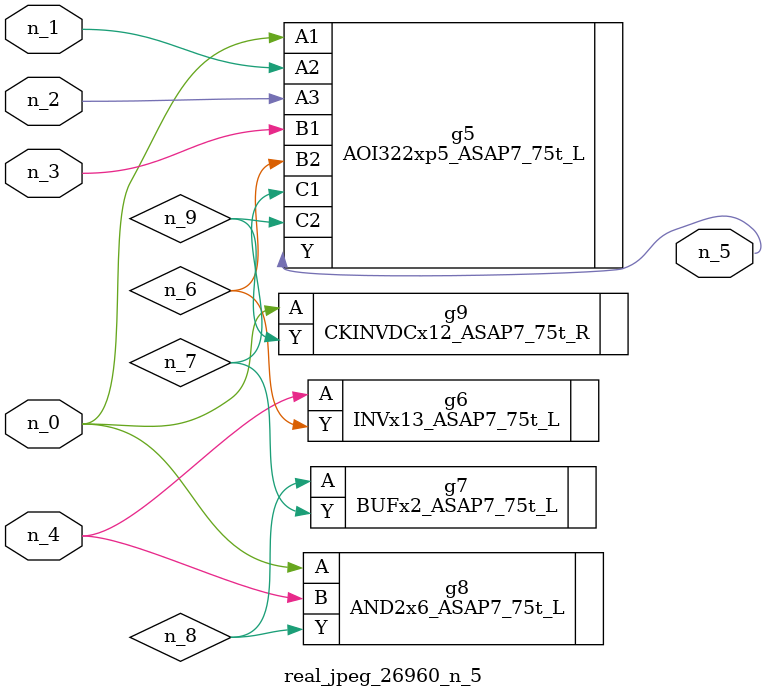
<source format=v>
module real_jpeg_26960_n_5 (n_4, n_0, n_1, n_2, n_3, n_5);

input n_4;
input n_0;
input n_1;
input n_2;
input n_3;

output n_5;

wire n_8;
wire n_6;
wire n_7;
wire n_9;

AOI322xp5_ASAP7_75t_L g5 ( 
.A1(n_0),
.A2(n_1),
.A3(n_2),
.B1(n_3),
.B2(n_6),
.C1(n_7),
.C2(n_9),
.Y(n_5)
);

AND2x6_ASAP7_75t_L g8 ( 
.A(n_0),
.B(n_4),
.Y(n_8)
);

CKINVDCx12_ASAP7_75t_R g9 ( 
.A(n_0),
.Y(n_9)
);

INVx13_ASAP7_75t_L g6 ( 
.A(n_4),
.Y(n_6)
);

BUFx2_ASAP7_75t_L g7 ( 
.A(n_8),
.Y(n_7)
);


endmodule
</source>
